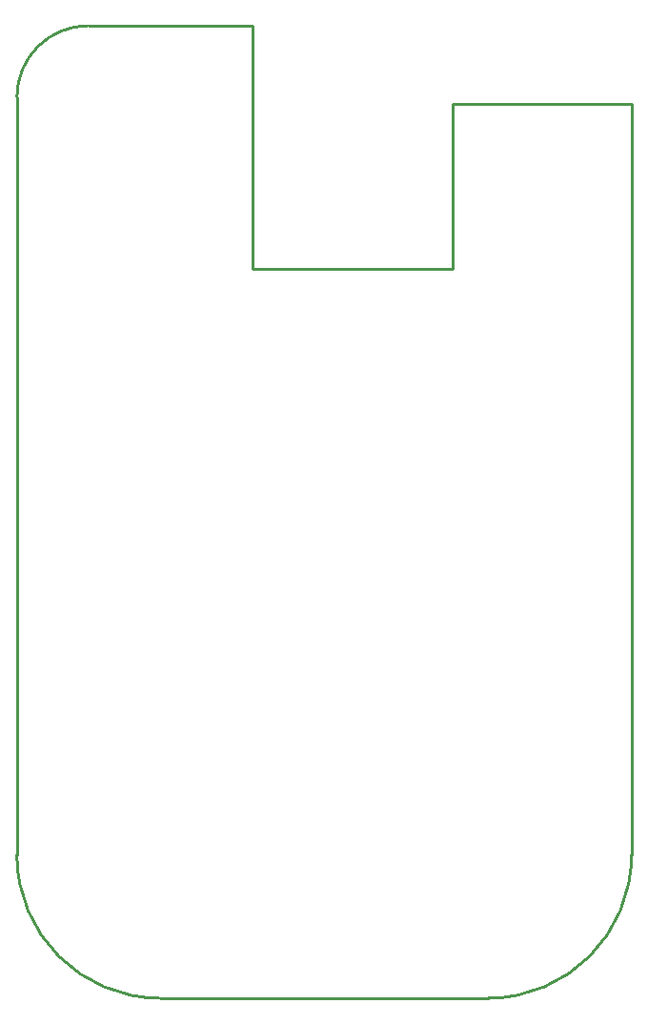
<source format=gbr>
%TF.GenerationSoftware,KiCad,Pcbnew,5.99.0-unknown-b63c482347~127~ubuntu20.04.1*%
%TF.CreationDate,2021-04-29T12:01:31+02:00*%
%TF.ProjectId,bbb-can-bus-cape,6262622d-6361-46e2-9d62-75732d636170,rev?*%
%TF.SameCoordinates,Original*%
%TF.FileFunction,Profile,NP*%
%FSLAX46Y46*%
G04 Gerber Fmt 4.6, Leading zero omitted, Abs format (unit mm)*
G04 Created by KiCad (PCBNEW 5.99.0-unknown-b63c482347~127~ubuntu20.04.1) date 2021-04-29 12:01:31*
%MOMM*%
%LPD*%
G01*
G04 APERTURE LIST*
%TA.AperFunction,Profile*%
%ADD10C,0.254000*%
%TD*%
G04 APERTURE END LIST*
D10*
X135420100Y-42697400D02*
X120815100Y-42697400D01*
X153200100Y-64287400D02*
X135420100Y-64287400D01*
X169075100Y-116357400D02*
X169075100Y-49682400D01*
X114465102Y-116357402D02*
G75*
G03*
X127165100Y-129057400I12699998J0D01*
G01*
X153200100Y-49682400D02*
X153200100Y-64287400D01*
X169075100Y-49682400D02*
X153200100Y-49682400D01*
X120815099Y-42697401D02*
G75*
G03*
X114465100Y-49047400I0J-6349999D01*
G01*
X156375102Y-129057398D02*
G75*
G03*
X169075100Y-116357400I0J12699998D01*
G01*
X127165100Y-129057400D02*
X156375100Y-129057400D01*
X135420100Y-64287400D02*
X135420100Y-42697400D01*
X114465100Y-49047400D02*
X114465100Y-116357400D01*
M02*

</source>
